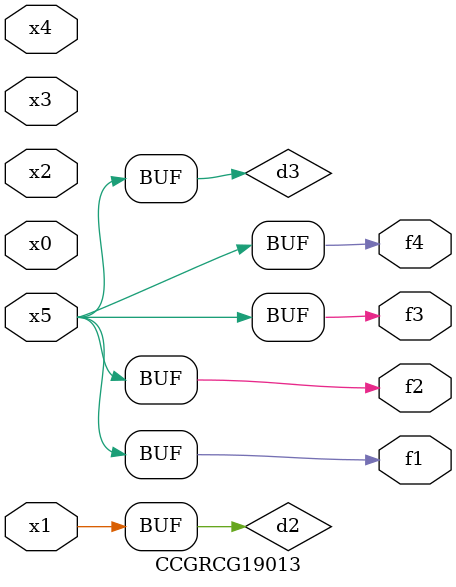
<source format=v>
module CCGRCG19013(
	input x0, x1, x2, x3, x4, x5,
	output f1, f2, f3, f4
);

	wire d1, d2, d3;

	not (d1, x5);
	or (d2, x1);
	xnor (d3, d1);
	assign f1 = d3;
	assign f2 = d3;
	assign f3 = d3;
	assign f4 = d3;
endmodule

</source>
